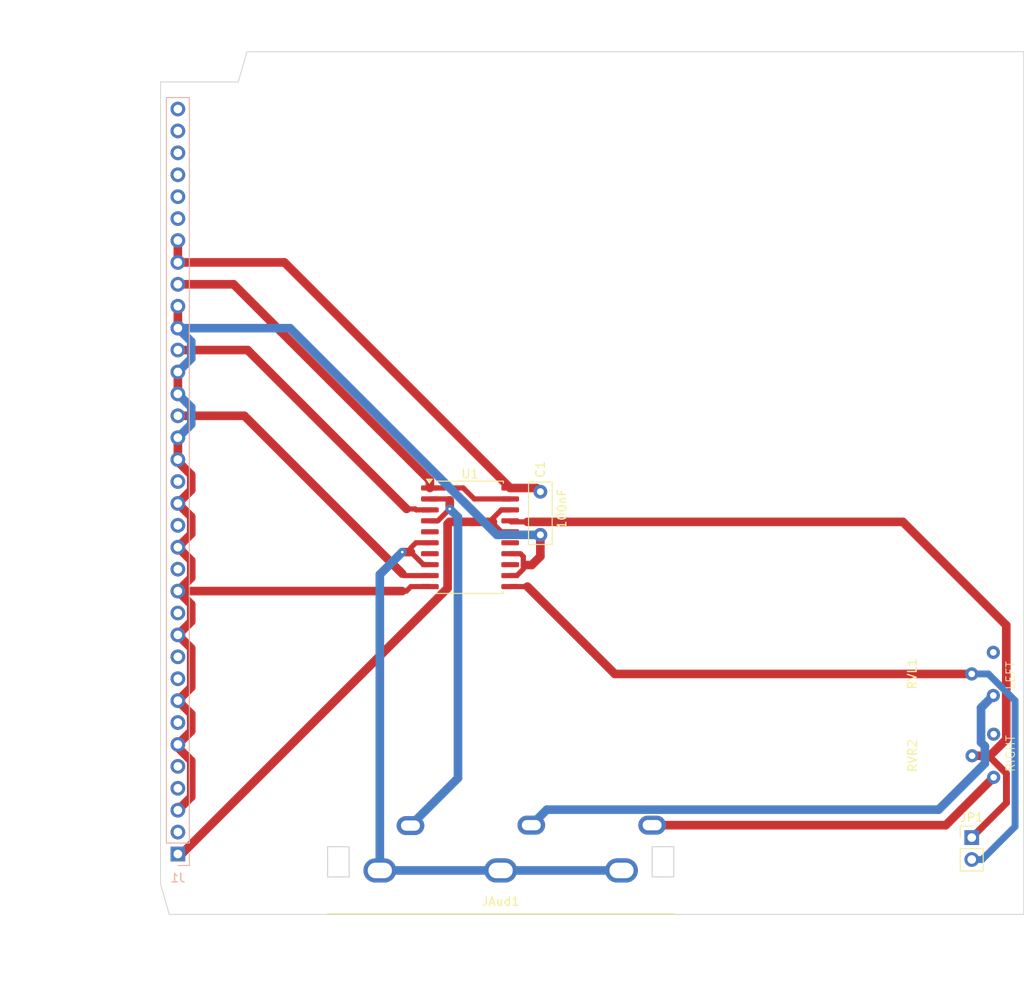
<source format=kicad_pcb>
(kicad_pcb (version 20240108) (generator "pcbnew") (generator_version "8.0")
  (layers (0 "F.Cu" signal) (31 "B.Cu" signal) (34 "B.Paste" user) (35 "F.Paste" user) (36 "B.SilkS" user "B.Silkscreen") (37 "F.SilkS" user "F.Silkscreen") (38 "B.Mask" user) (39 "F.Mask" user) (44 "Edge.Cuts" user))
  (net 0 "")
  (net 1 "/V_V")
  (net 2 "GND")
  (net 4 "/CV_Y")
  (net 7 "/V_G")
  (net 9 "/SV_Y")
  (net 11 "+5V")
  (net 12 "/R_AUD")
  (net 13 "/ACTIVE")
  (net 15 "/CV_Pr")
  (net 16 "/L_AUD")
  (net 18 "/V_B")
  (net 19 "/SV_L")
  (net 20 "/V_R")
  (net 21 "/V_H")
  (net 22 "/Comp")
  (net 24 "/CV_Pb")
  (net 25 "Net-(JAud1-GND)")
  (net 26 "Net-(JAud1-IN2)")
  (net 27 "Net-(U1-1A1)")
  (net 28 "Net-(JP1-B)")
  (net 29 "Net-(JP1-A)")
  (net 31 "Net-(JAud1-IN1-Pad3)")
  (footprint "Package_SO:SOIC-20W_7.5x12.8mm_P1.27mm" (layer "F.Cu") (at 141.85 103.285)
    (property "Reference" "U1" (at 0 -7.35 0) (layer "F.SilkS"))
    (property "Value" "SN74CBT3244PW")
    (fp_line (start -3.86 -6.51) (end -3.86 -6.275) (stroke (width 0.12)) (layer "F.SilkS"))
    (fp_line (start -3.86 6.51) (end -3.86 6.275) (stroke (width 0.12)) (layer "F.SilkS"))
    (fp_line (start 0 -6.51) (end -3.86 -6.51) (stroke (width 0.12)) (layer "F.SilkS"))
    (fp_line (start 0 -6.51) (end 3.86 -6.51) (stroke (width 0.12)) (layer "F.SilkS"))
    (fp_line (start 0 6.51) (end -3.86 6.51) (stroke (width 0.12)) (layer "F.SilkS"))
    (fp_line (start 0 6.51) (end 3.86 6.51) (stroke (width 0.12)) (layer "F.SilkS"))
    (fp_line (start 3.86 -6.51) (end 3.86 -6.275) (stroke (width 0.12)) (layer "F.SilkS"))
    (fp_line (start 3.86 6.51) (end 3.86 6.275) (stroke (width 0.12)) (layer "F.SilkS"))
    (fp_poly (pts (xy -4.7125 -6.275) (xy -5.0525 -6.745) (xy -4.3725 -6.745) (xy -4.7125 -6.275)) (stroke (width 0.12)) (fill solid) (layer "F.SilkS"))
    (pad "1" smd roundrect (at -4.65 -5.715) (size 2.05 0.6) (layers "F.Cu" "F.Paste" "F.Mask") (net 13 "/ACTIVE"))
    (pad "2" smd roundrect (at -4.65 -4.445) (size 2.05 0.6) (layers "F.Cu" "F.Paste" "F.Mask") (net 27 "Net-(U1-1A1)"))
    (pad "3" smd roundrect (at -4.65 -3.175) (size 2.05 0.6) (layers "F.Cu" "F.Paste" "F.Mask") (net 12 "/R_AUD"))
    (pad "4" smd roundrect (at -4.65 -1.905) (size 2.05 0.6) (layers "F.Cu" "F.Paste" "F.Mask") (net 27 "Net-(U1-1A1)"))
    (pad "5" smd roundrect (at -4.65 -0.635) (size 2.05 0.6) (layers "F.Cu" "F.Paste" "F.Mask"))
    (pad "6" smd roundrect (at -4.65 0.635) (size 2.05 0.6) (layers "F.Cu" "F.Paste" "F.Mask") (net 25 "Net-(JAud1-GND)"))
    (pad "7" smd roundrect (at -4.65 1.905) (size 2.05 0.6) (layers "F.Cu" "F.Paste" "F.Mask"))
    (pad "8" smd roundrect (at -4.65 3.175) (size 2.05 0.6) (layers "F.Cu" "F.Paste" "F.Mask") (net 25 "Net-(JAud1-GND)"))
    (pad "9" smd roundrect (at -4.65 4.445) (size 2.05 0.6) (layers "F.Cu" "F.Paste" "F.Mask") (net 16 "/L_AUD"))
    (pad "10" smd roundrect (at -4.65 5.715) (size 2.05 0.6) (layers "F.Cu" "F.Paste" "F.Mask") (net 2 "GND"))
    (pad "11" smd roundrect (at 4.65 5.715) (size 2.05 0.6) (layers "F.Cu" "F.Paste" "F.Mask") (net 28 "Net-(JP1-B)"))
    (pad "12" smd roundrect (at 4.65 4.445) (size 2.05 0.6) (layers "F.Cu" "F.Paste" "F.Mask") (net 2 "GND"))
    (pad "13" smd roundrect (at 4.65 3.175) (size 2.05 0.6) (layers "F.Cu" "F.Paste" "F.Mask"))
    (pad "14" smd roundrect (at 4.65 1.905) (size 2.05 0.6) (layers "F.Cu" "F.Paste" "F.Mask") (net 2 "GND"))
    (pad "15" smd roundrect (at 4.65 0.635) (size 2.05 0.6) (layers "F.Cu" "F.Paste" "F.Mask"))
    (pad "16" smd roundrect (at 4.65 -0.635) (size 2.05 0.6) (layers "F.Cu" "F.Paste" "F.Mask") (net 22 "/Comp"))
    (pad "17" smd roundrect (at 4.65 -1.905) (size 2.05 0.6) (layers "F.Cu" "F.Paste" "F.Mask") (net 29 "Net-(JP1-A)"))
    (pad "18" smd roundrect (at 4.65 -3.175) (size 2.05 0.6) (layers "F.Cu" "F.Paste" "F.Mask") (net 22 "/Comp"))
    (pad "19" smd roundrect (at 4.65 -4.445) (size 2.05 0.6) (layers "F.Cu" "F.Paste" "F.Mask") (net 13 "/ACTIVE"))
    (pad "20" smd roundrect (at 4.65 -5.715) (size 2.05 0.6) (layers "F.Cu" "F.Paste" "F.Mask") (net 11 "+5V"))
  )
  (footprint "Connector_PinHeader_2.54mm:PinHeader_1x02_P2.54mm_Vertical" (layer "F.Cu") (at 199.98 138.095)
    (property "Reference" "JP1" (at 0 -2.33 0) (layer "F.SilkS"))
    (property "Value" "Jumper_2_Open")
    (fp_line (start -1.33 -1.33) (end 0 -1.33) (stroke (width 0.12)) (layer "F.SilkS"))
    (fp_line (start -1.33 0) (end -1.33 -1.33) (stroke (width 0.12)) (layer "F.SilkS"))
    (fp_line (start -1.33 1.27) (end -1.33 3.87) (stroke (width 0.12)) (layer "F.SilkS"))
    (fp_line (start -1.33 1.27) (end 1.33 1.27) (stroke (width 0.12)) (layer "F.SilkS"))
    (fp_line (start -1.33 3.87) (end 1.33 3.87) (stroke (width 0.12)) (layer "F.SilkS"))
    (fp_line (start 1.33 1.27) (end 1.33 3.87) (stroke (width 0.12)) (layer "F.SilkS"))
    (pad "1" thru_hole rect (at 0 0) (size 1.7 1.7) (drill 1) (layers "*.Cu" "*.Mask") (net 29 "Net-(JP1-A)"))
    (pad "2" thru_hole oval (at 0 2.54) (size 1.7 1.7) (drill 1) (layers "*.Cu" "*.Mask") (net 28 "Net-(JP1-B)"))
  )
  (footprint "CheshBits:3 x RCA (Altronics)" (layer "F.Cu") (at 145.4 146.905)
    (property "Reference" "JAud1" (at 0 -1.4 0) (layer "F.SilkS"))
    (property "Value" "Conn_RCAx3")
    (fp_line (start 20.05 0) (end -20.05 0) (stroke (width 0.12)) (layer "F.SilkS"))
    (fp_rect (start -20.05 -7.75) (end -17.55 -4.25) (stroke (width 0.12)) (fill none) (layer "Edge.Cuts"))
    (fp_rect (start 17.55 -7.75) (end 20.05 -4.25) (stroke (width 0.12)) (fill none) (layer "Edge.Cuts"))
    (pad "1" thru_hole oval (at -10.45 -10.2) (size 3.2 2.2) (drill oval 2.2 1.2) (layers "*.Cu" "*.Mask") (net 27 "Net-(U1-1A1)"))
    (pad "2" thru_hole oval (at 3.55 -10.25) (size 3.2 2.2) (drill oval 2.2 1.2) (layers "*.Cu" "*.Mask") (net 26 "Net-(JAud1-IN2)"))
    (pad "3" thru_hole oval (at 17.55 -10.25) (size 3.2 2.2) (drill oval 2.2 1.2) (layers "*.Cu" "*.Mask") (net 31 "Net-(JAud1-IN1-Pad3)"))
    (pad "4" thru_hole oval (at -14 -5) (size 3.8 2.8) (drill oval 2.8 1.8) (layers "*.Cu" "*.Mask") (net 25 "Net-(JAud1-GND)"))
    (pad "4" thru_hole oval (at 0 -5) (size 3.8 2.8) (drill oval 2.8 1.8) (layers "*.Cu" "*.Mask") (net 25 "Net-(JAud1-GND)"))
    (pad "4" thru_hole oval (at 14 -5) (size 3.8 2.8) (drill oval 2.8 1.8) (layers "*.Cu" "*.Mask") (net 25 "Net-(JAud1-GND)"))
  )
  (footprint "CheshBits:TrimPot Vertical (Altronics)" (layer "F.Cu") (at 193.62 128.61 90)
    (property "Reference" "RVR2" (at 0 -0.5 90) (layer "F.SilkS"))
    (property "Value" "10k")
    (pad "1" thru_hole circle (at -2.5 8.9 90) (size 1.524 1.524) (drill 0.762) (layers "*.Cu" "*.Mask") (net 31 "Net-(JAud1-IN1-Pad3)"))
    (pad "2" thru_hole circle (at 0 6.4 90) (size 1.524 1.524) (drill 0.762) (layers "*.Cu" "*.Mask") (net 29 "Net-(JP1-A)"))
    (pad "3" thru_hole circle (at 2.5 8.9 90) (size 1.524 1.524) (drill 0.762) (layers "*.Cu" "*.Mask"))
  )
  (footprint "Capacitor_THT:C_Disc_D7.0mm_W2.5mm_P5.00mm" (layer "F.Cu") (at 150 98 -90)
    (property "Reference" "C1" (at -2.58 0 90) (layer "F.SilkS"))
    (property "Value" "100nF" (at 2 -2.5 90) (layer "F.SilkS"))
    (fp_line (start -1.12 1.37) (end 6.12 1.37) (stroke (width 0.12)) (layer "F.SilkS"))
    (fp_line (start -1.12 -1.37) (end -1.12 1.37) (stroke (width 0.12)) (layer "F.SilkS"))
    (fp_line (start -1.12 -1.37) (end 6.12 -1.37) (stroke (width 0.12)) (layer "F.SilkS"))
    (fp_line (start 6.12 -1.37) (end 6.12 1.37) (stroke (width 0.12)) (layer "F.SilkS"))
    (pad "1" thru_hole circle (at 0 0 270) (size 1.6 1.6) (drill 0.8) (layers "*.Cu" "*.Mask") (net 11 "+5V"))
    (pad "2" thru_hole circle (at 5 0 270) (size 1.6 1.6) (drill 0.8) (layers "*.Cu" "*.Mask") (net 2 "GND"))
  )
  (footprint "CheshBits:TrimPot Vertical (Altronics)" (layer "F.Cu") (at 193.58 119.125 90)
    (property "Reference" "RVL1" (at 0 -0.5 90) (layer "F.SilkS"))
    (property "Value" "10k")
    (pad "1" thru_hole circle (at -2.5 8.9 90) (size 1.524 1.524) (drill 0.762) (layers "*.Cu" "*.Mask") (net 26 "Net-(JAud1-IN2)"))
    (pad "2" thru_hole circle (at 0 6.4 90) (size 1.524 1.524) (drill 0.762) (layers "*.Cu" "*.Mask") (net 28 "Net-(JP1-B)"))
    (pad "3" thru_hole circle (at 2.5 8.9 90) (size 1.524 1.524) (drill 0.762) (layers "*.Cu" "*.Mask"))
  )
  (footprint "Connector_PinSocket_2.54mm:PinSocket_1x35_P2.54mm_Vertical" (layer "B.Cu") (at 108 140)
    (property "Reference" "J1" (at 0 2.77 0) (layer "B.SilkS") (effects (justify mirror)))
    (property "Value" "Conn_01x35_Pin")
    (fp_line (start -1.33 -87.69) (end -1.33 -1.27) (stroke (width 0.12)) (layer "B.SilkS"))
    (fp_line (start 1.33 -87.69) (end -1.33 -87.69) (stroke (width 0.12)) (layer "B.SilkS"))
    (fp_line (start 1.33 -87.69) (end 1.33 -1.27) (stroke (width 0.12)) (layer "B.SilkS"))
    (fp_line (start 1.33 -1.27) (end -1.33 -1.27) (stroke (width 0.12)) (layer "B.SilkS"))
    (fp_line (start 1.33 0) (end 1.33 1.33) (stroke (width 0.12)) (layer "B.SilkS"))
    (fp_line (start 1.33 1.33) (end 0 1.33) (stroke (width 0.12)) (layer "B.SilkS"))
    (pad "1" thru_hole rect (at 0 0) (size 1.7 1.7) (drill 1) (layers "*.Cu" "*.Mask") (net 22 "/Comp"))
    (pad "2" thru_hole oval (at 0 -2.54) (size 1.7 1.7) (drill 1) (layers "*.Cu" "*.Mask") (net 9 "/SV_Y"))
    (pad "3" thru_hole oval (at 0 -5.08) (size 1.7 1.7) (drill 1) (layers "*.Cu" "*.Mask") (net 2 "GND"))
    (pad "4" thru_hole oval (at 0 -7.62) (size 1.7 1.7) (drill 1) (layers "*.Cu" "*.Mask") (net 19 "/SV_L"))
    (pad "5" thru_hole oval (at 0 -10.16) (size 1.7 1.7) (drill 1) (layers "*.Cu" "*.Mask") (net 4 "/CV_Y"))
    (pad "6" thru_hole oval (at 0 -12.7) (size 1.7 1.7) (drill 1) (layers "*.Cu" "*.Mask") (net 2 "GND"))
    (pad "7" thru_hole oval (at 0 -15.24) (size 1.7 1.7) (drill 1) (layers "*.Cu" "*.Mask") (net 24 "/CV_Pb"))
    (pad "8" thru_hole oval (at 0 -17.78) (size 1.7 1.7) (drill 1) (layers "*.Cu" "*.Mask") (net 2 "GND"))
    (pad "9" thru_hole oval (at 0 -20.32) (size 1.7 1.7) (drill 1) (layers "*.Cu" "*.Mask") (net 15 "/CV_Pr"))
    (pad "10" thru_hole oval (at 0 -22.86) (size 1.7 1.7) (drill 1) (layers "*.Cu" "*.Mask") (net 20 "/V_R"))
    (pad "11" thru_hole oval (at 0 -25.4) (size 1.7 1.7) (drill 1) (layers "*.Cu" "*.Mask") (net 2 "GND"))
    (pad "12" thru_hole oval (at 0 -27.94) (size 1.7 1.7) (drill 1) (layers "*.Cu" "*.Mask") (net 7 "/V_G"))
    (pad "13" thru_hole oval (at 0 -30.48) (size 1.7 1.7) (drill 1) (layers "*.Cu" "*.Mask") (net 2 "GND"))
    (pad "14" thru_hole oval (at 0 -33.02) (size 1.7 1.7) (drill 1) (layers "*.Cu" "*.Mask") (net 18 "/V_B"))
    (pad "15" thru_hole oval (at 0 -35.56) (size 1.7 1.7) (drill 1) (layers "*.Cu" "*.Mask") (net 2 "GND"))
    (pad "16" thru_hole oval (at 0 -38.1) (size 1.7 1.7) (drill 1) (layers "*.Cu" "*.Mask") (net 21 "/V_H"))
    (pad "17" thru_hole oval (at 0 -40.64) (size 1.7 1.7) (drill 1) (layers "*.Cu" "*.Mask") (net 2 "GND"))
    (pad "18" thru_hole oval (at 0 -43.18) (size 1.7 1.7) (drill 1) (layers "*.Cu" "*.Mask") (net 1 "/V_V"))
    (pad "19" thru_hole oval (at 0 -45.72) (size 1.7 1.7) (drill 1) (layers "*.Cu" "*.Mask") (net 2 "GND"))
    (pad "20" thru_hole oval (at 0 -48.26) (size 1.7 1.7) (drill 1) (layers "*.Cu" "*.Mask") (net 2 "GND"))
    (pad "21" thru_hole oval (at 0 -50.8) (size 1.7 1.7) (drill 1) (layers "*.Cu" "*.Mask") (net 16 "/L_AUD"))
    (pad "22" thru_hole oval (at 0 -53.34) (size 1.7 1.7) (drill 1) (layers "*.Cu" "*.Mask") (net 2 "GND"))
    (pad "23" thru_hole oval (at 0 -55.88) (size 1.7 1.7) (drill 1) (layers "*.Cu" "*.Mask") (net 2 "GND"))
    (pad "24" thru_hole oval (at 0 -58.42) (size 1.7 1.7) (drill 1) (layers "*.Cu" "*.Mask") (net 12 "/R_AUD"))
    (pad "25" thru_hole oval (at 0 -60.96) (size 1.7 1.7) (drill 1) (layers "*.Cu" "*.Mask") (net 2 "GND"))
    (pad "26" thru_hole oval (at 0 -63.5) (size 1.7 1.7) (drill 1) (layers "*.Cu" "*.Mask") (net 2 "GND"))
    (pad "27" thru_hole oval (at 0 -66.04) (size 1.7 1.7) (drill 1) (layers "*.Cu" "*.Mask") (net 13 "/ACTIVE"))
    (pad "28" thru_hole oval (at 0 -68.58) (size 1.7 1.7) (drill 1) (layers "*.Cu" "*.Mask") (net 11 "+5V"))
    (pad "29" thru_hole oval (at 0 -71.12) (size 1.7 1.7) (drill 1) (layers "*.Cu" "*.Mask") (net 11 "+5V"))
    (pad "30" thru_hole oval (at 0 -73.66) (size 1.7 1.7) (drill 1) (layers "*.Cu" "*.Mask"))
    (pad "31" thru_hole oval (at 0 -76.2) (size 1.7 1.7) (drill 1) (layers "*.Cu" "*.Mask"))
    (pad "32" thru_hole oval (at 0 -78.74) (size 1.7 1.7) (drill 1) (layers "*.Cu" "*.Mask"))
    (pad "33" thru_hole oval (at 0 -81.28) (size 1.7 1.7) (drill 1) (layers "*.Cu" "*.Mask"))
    (pad "34" thru_hole oval (at 0 -83.82) (size 1.7 1.7) (drill 1) (layers "*.Cu" "*.Mask"))
    (pad "35" thru_hole oval (at 0 -86.36) (size 1.7 1.7) (drill 1) (layers "*.Cu" "*.Mask"))
  )
  (gr_poly (pts (xy 106 143.5) (xy 106 50.5) (xy 115 50.5) (xy 116 47) (xy 206 47) (xy 206 147) (xy 107 147)) (stroke (width 0.1)) (fill none) (layer "Edge.Cuts"))
  (gr_text "RIGHT\n" (at 205.06 130.555 90) (layer "F.SilkS") (effects (font (size 1 1) (thickness 0.1)) (justify left bottom)))
  (gr_text "LEFT\n" (at 205.06 121.03 90) (layer "F.SilkS") (effects (font (size 1 1) (thickness 0.1)) (justify left bottom)))
  (segment (start 134.48 109.52) (end 135 109) (width 0.6) (layer "F.Cu") (net 2))
  (segment (start 109.55 125.75) (end 108 127.3) (width 1) (layer "F.Cu") (net 2))
  (segment (start 109.55 116.15) (end 109.55 120.67) (width 1) (layer "F.Cu") (net 2))
  (segment (start 109.55 120.67) (end 108 122.22) (width 1) (layer "F.Cu") (net 2))
  (segment (start 109.55 100.91) (end 109.55 102.89) (width 1) (layer "F.Cu") (net 2))
  (segment (start 150 103) (end 150 105.5) (width 1) (layer "F.Cu") (net 2))
  (segment (start 108 99.36) (end 109.55 100.91) (width 1) (layer "F.Cu") (net 2))
  (segment (start 148.025 105.525) (end 147.69 105.19) (width 0.6) (layer "F.Cu") (net 2))
  (segment (start 109.55 111.07) (end 109.55 113.05) (width 1) (layer "F.Cu") (net 2))
  (segment (start 150 105.5) (end 149 106.5) (width 1) (layer "F.Cu") (net 2))
  (segment (start 109.55 113.05) (end 108 114.6) (width 1) (layer "F.Cu") (net 2))
  (segment (start 148.025 106.975) (end 148.025 105.525) (width 0.6) (layer "F.Cu") (net 2))
  (segment (start 108 114.6) (end 109.55 116.15) (width 1) (layer "F.Cu") (net 2))
  (segment (start 108 94.5) (end 109.55 96.05) (width 1) (layer "F.Cu") (net 2))
  (segment (start 108 104.44) (end 109.55 105.99) (width 1) (layer "F.Cu") (net 2))
  (segment (start 108 84.12) (end 108 86.66) (width 1) (layer "F.Cu") (net 2))
  (segment (start 146.5 107.73) (end 147.27 107.73) (width 0.6) (layer "F.Cu") (net 2))
  (segment (start 108 109.52) (end 109.55 111.07) (width 1) (layer "F.Cu") (net 2))
  (segment (start 108 127.647968) (end 109.55 129.197968) (width 1) (layer "F.Cu") (net 2))
  (segment (start 108 122.22) (end 109.55 123.77) (width 1) (layer "F.Cu") (net 2))
  (segment (start 109.55 105.99) (end 109.55 107.97) (width 1) (layer "F.Cu") (net 2))
  (segment (start 109.55 129.197968) (end 109.55 133.37) (width 1) (layer "F.Cu") (net 2))
  (segment (start 109.55 133.37) (end 108 134.92) (width 1) (layer "F.Cu") (net 2))
  (segment (start 109.55 123.77) (end 109.55 125.75) (width 1) (layer "F.Cu") (net 2))
  (segment (start 135 109) (end 137.2 109) (width 0.6) (layer "F.Cu") (net 2))
  (segment (start 147.27 107.73) (end 148.025 106.975) (width 0.6) (layer "F.Cu") (net 2))
  (segment (start 149 106.5) (end 148.225 106.5) (width 1) (layer "F.Cu") (net 2))
  (segment (start 108 76.5) (end 108 79.04) (width 1) (layer "F.Cu") (net 2))
  (segment (start 109.55 96.05) (end 109.55 97.81) (width 1) (layer "F.Cu") (net 2))
  (segment (start 109.55 107.97) (end 108 109.52) (width 1) (layer "F.Cu") (net 2))
  (segment (start 108 94.28) (end 108 94.5) (width 1) (layer "F.Cu") (net 2))
  (segment (start 109.55 97.81) (end 108 99.36) (width 1) (layer "F.Cu") (net 2))
  (segment (start 108 109.52) (end 133.98 109.52) (width 1) (layer "F.Cu") (net 2))
  (segment (start 108 127.3) (end 108 127.647968) (width 1) (layer "F.Cu") (net 2))
  (segment (start 133.98 109.52) (end 134.48 109.52) (width 0.6) (layer "F.Cu") (net 2))
  (segment (start 109.55 102.89) (end 108 104.44) (width 1) (layer "F.Cu") (net 2))
  (segment (start 108 91.74) (end 108 94.28) (width 1) (layer "F.Cu") (net 2))
  (segment (start 147.69 105.19) (end 146.5 105.19) (width 0.6) (layer "F.Cu") (net 2))
  (segment (start 108 79.04) (end 120.987056 79.04) (width 1) (layer "B.Cu") (net 2))
  (segment (start 109.55 88.21) (end 109.55 90.19) (width 1) (layer "B.Cu") (net 2))
  (segment (start 109.55 80.59) (end 108 79.04) (width 1) (layer "B.Cu") (net 2))
  (segment (start 108 84.12) (end 109.55 82.57) (width 1) (layer "B.Cu") (net 2))
  (segment (start 109.55 90.19) (end 108 91.74) (width 1) (layer "B.Cu") (net 2))
  (segment (start 108 86.66) (end 109.55 88.21) (width 1) (layer "B.Cu") (net 2))
  (segment (start 144.947056 103) (end 150 103) (width 1) (layer "B.Cu") (net 2))
  (segment (start 109.55 82.57) (end 109.55 80.59) (width 1) (layer "B.Cu") (net 2))
  (segment (start 120.987056 79.04) (end 144.947056 103) (width 1) (layer "B.Cu") (net 2))
  (segment (start 150 98) (end 149.57 97.57) (width 1) (layer "F.Cu") (net 11))
  (segment (start 108 68.88) (end 108 71.42) (width 1) (layer "F.Cu") (net 11))
  (segment (start 149.57 97.57) (end 146.5 97.57) (width 1) (layer "F.Cu") (net 11))
  (segment (start 108 71.42) (end 120.35 71.42) (width 1) (layer "F.Cu") (net 11))
  (segment (start 120.35 71.42) (end 146.5 97.57) (width 1) (layer "F.Cu") (net 11))
  (segment (start 134.5 100) (end 135.5 100) (width 0.6) (layer "F.Cu") (net 12))
  (segment (start 135.5 100) (end 135.61 100.11) (width 0.6) (layer "F.Cu") (net 12))
  (segment (start 108 81.58) (end 116.08 81.58) (width 1) (layer "F.Cu") (net 12))
  (segment (start 116.08 81.58) (end 134.5 100) (width 1) (layer "F.Cu") (net 12))
  (segment (start 135.61 100.11) (end 137.2 100.11) (width 0.6) (layer "F.Cu") (net 12))
  (segment (start 137.2 96.7) (end 137.2 97.57) (width 1) (layer "F.Cu") (net 13))
  (segment (start 141.07 97.57) (end 142.34 98.84) (width 0.6) (layer "F.Cu") (net 13))
  (segment (start 142.34 98.84) (end 146.5 98.84) (width 0.6) (layer "F.Cu") (net 13))
  (segment (start 137.2 97.57) (end 141.07 97.57) (width 0.6) (layer "F.Cu") (net 13))
  (segment (start 114.46 73.96) (end 137.2 96.7) (width 1) (layer "F.Cu") (net 13))
  (segment (start 108 73.96) (end 114.46 73.96) (width 1) (layer "F.Cu") (net 13))
  (segment (start 108 89.2) (end 115.7 89.2) (width 1) (layer "F.Cu") (net 16))
  (segment (start 115.7 89.2) (end 134 107.5) (width 1) (layer "F.Cu") (net 16))
  (segment (start 134.23 107.73) (end 137.2 107.73) (width 0.6) (layer "F.Cu") (net 16))
  (segment (start 134 107.5) (end 134.23 107.73) (width 0.6) (layer "F.Cu") (net 16))
  (segment (start 144.5 101.085001) (end 145.475001 100.11) (width 0.6) (layer "F.Cu") (net 22))
  (segment (start 144.5 101.5) (end 144.5 101.085001) (width 0.6) (layer "F.Cu") (net 22))
  (segment (start 139.254107 109.177131) (end 108.431238 140) (width 1) (layer "F.Cu") (net 22))
  (segment (start 145.475001 100.11) (end 146.5 100.11) (width 0.6) (layer "F.Cu") (net 22))
  (segment (start 108.431238 140) (end 108 140) (width 1) (layer "F.Cu") (net 22))
  (segment (start 139.484925 101.5) (end 139.254107 101.730818) (width 1) (layer "F.Cu") (net 22))
  (segment (start 146.5 102.65) (end 145.475001 102.65) (width 0.6) (layer "F.Cu") (net 22))
  (segment (start 144.5 101.674999) (end 144.5 101.5) (width 0.6) (layer "F.Cu") (net 22))
  (segment (start 145.475001 102.65) (end 144.5 101.674999) (width 0.6) (layer "F.Cu") (net 22))
  (segment (start 139.254107 101.730818) (end 139.254107 109.177131) (width 1) (layer "F.Cu") (net 22))
  (segment (start 144.5 101.5) (end 139.484925 101.5) (width 1) (layer "F.Cu") (net 22))
  (segment (start 135 105) (end 136.46 106.46) (width 0.6) (layer "F.Cu") (net 25))
  (segment (start 134 105) (end 135 105) (width 1) (layer "F.Cu") (net 25))
  (segment (start 135 105) (end 135 104.5) (width 0.6) (layer "F.Cu") (net 25))
  (segment (start 136.46 106.46) (end 137.2 106.46) (width 0.6) (layer "F.Cu") (net 25))
  (segment (start 135 104.5) (end 135.58 103.92) (width 0.6) (layer "F.Cu") (net 25))
  (segment (start 135.58 103.92) (end 137.2 103.92) (width 0.6) (layer "F.Cu") (net 25))
  (via (at 134 105) (size 0.6) (drill 0.3) (layers "F.Cu" "B.Cu") (net 25))
  (segment (start 131.4 107.6) (end 134 105) (width 1) (layer "B.Cu") (net 25))
  (segment (start 159.4 141.905) (end 131.4 141.905) (width 1) (layer "B.Cu") (net 25))
  (segment (start 131.4 141.905) (end 131.4 107.6) (width 1) (layer "B.Cu") (net 25))
  (segment (start 201.058 127.058) (end 201.058 123.047) (width 1) (layer "B.Cu") (net 26))
  (segment (start 201.5 129.5) (end 201.5 127.5) (width 1) (layer "B.Cu") (net 26))
  (segment (start 201.5 127.5) (end 201.058 127.058) (width 1) (layer "B.Cu") (net 26))
  (segment (start 150.75 134.855) (end 196.145 134.855) (width 1) (layer "B.Cu") (net 26))
  (segment (start 196.145 134.855) (end 201.5 129.5) (width 1) (layer "B.Cu") (net 26))
  (segment (start 201.058 123.047) (end 202.48 121.625) (width 1) (layer "B.Cu") (net 26))
  (segment (start 148.95 136.655) (end 150.75 134.855) (width 1) (layer "B.Cu") (net 26))
  (segment (start 139.5 100) (end 139.5 99) (width 1) (layer "F.Cu") (net 27))
  (segment (start 139.5 99) (end 139.34 98.84) (width 0.6) (layer "F.Cu") (net 27))
  (segment (start 139.34 98.84) (end 137.2 98.84) (width 0.6) (layer "F.Cu") (net 27))
  (segment (start 138.12 101.38) (end 139.5 100) (width 0.6) (layer "F.Cu") (net 27))
  (segment (start 137.2 101.38) (end 138.12 101.38) (width 0.6) (layer "F.Cu") (net 27))
  (via (at 139.5 100) (size 0.6) (drill 0.3) (layers "F.Cu" "B.Cu") (net 27))
  (segment (start 140.454107 100.954107) (end 139.5 100) (width 1) (layer "B.Cu") (net 27))
  (segment (start 140.454107 131.200893) (end 140.454107 100.954107) (width 1) (layer "B.Cu") (net 27))
  (segment (start 134.95 136.705) (end 140.454107 131.200893) (width 1) (layer "B.Cu") (net 27))
  (segment (start 158.625 119.125) (end 148.5 109) (width 1) (layer "F.Cu") (net 28))
  (segment (start 199.98 119.125) (end 158.625 119.125) (width 1) (layer "F.Cu") (net 28))
  (segment (start 148.5 109) (end 146.5 109) (width 0.6) (layer "F.Cu") (net 28))
  (segment (start 205 122.218841) (end 201.906159 119.125) (width 0.8) (layer "B.Cu") (net 28))
  (segment (start 199.98 140.635) (end 201.182081 140.635) (width 0.8) (layer "B.Cu") (net 28))
  (segment (start 201.906159 119.125) (end 199.98 119.125) (width 0.8) (layer "B.Cu") (net 28))
  (segment (start 201.182081 140.635) (end 205 136.817081) (width 0.8) (layer "B.Cu") (net 28))
  (segment (start 205 136.817081) (end 205 122.218841) (width 0.8) (layer "B.Cu") (net 28))
  (segment (start 203.982 113.482) (end 192 101.5) (width 1) (layer "F.Cu") (net 29))
  (segment (start 148.5 101.5) (end 146.62 101.5) (width 0.6) (layer "F.Cu") (net 29))
  (segment (start 201.946159 128.61) (end 204 130.663841) (width 0.8) (layer "F.Cu") (net 29))
  (segment (start 192 101.5) (end 148.5 101.5) (width 1) (layer "F.Cu") (net 29))
  (segment (start 204 134.075) (end 199.98 138.095) (width 0.8) (layer "F.Cu") (net 29))
  (segment (start 146.62 101.5) (end 146.5 101.38) (width 0.6) (layer "F.Cu") (net 29))
  (segment (start 202.087581 128.61) (end 203.982 126.715581) (width 1) (layer "F.Cu") (net 29))
  (segment (start 200.02 128.61) (end 202.087581 128.61) (width 1) (layer "F.Cu") (net 29))
  (segment (start 203.982 126.715581) (end 203.982 113.482) (width 1) (layer "F.Cu") (net 29))
  (segment (start 204 130.663841) (end 204 134.075) (width 0.8) (layer "F.Cu") (net 29))
  (segment (start 200.02 128.61) (end 201.946159 128.61) (width 0.8) (layer "F.Cu") (net 29))
  (segment (start 196.975 136.655) (end 202.52 131.11) (width 1) (layer "F.Cu") (net 31))
  (segment (start 162.95 136.655) (end 196.975 136.655) (width 1) (layer "F.Cu") (net 31))
)
</source>
